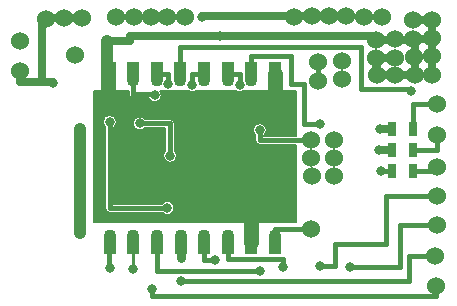
<source format=gbr>
%FSLAX35Y35*%
%MOIN*%
G04 EasyPC Gerber Version 18.0.8 Build 3632 *
%AMT75*0 Bullet Pad at angle 0*21,1,0.04331,0.05709,0,0,0*%
%ADD75T75*%
%ADD18R,0.03150X0.04724*%
%ADD11C,0.00500*%
%ADD20C,0.01000*%
%ADD71C,0.01500*%
%ADD21C,0.02500*%
%ADD22C,0.03000*%
%ADD70C,0.03200*%
%ADD23C,0.04000*%
%ADD74C,0.04331*%
%ADD76C,0.05000*%
%ADD14C,0.06000*%
%AMT73*0 Bullet Pad at angle 180*21,1,0.04331,0.05709,0,0,180*%
%ADD73T73*%
X0Y0D02*
D02*
D11*
X42016Y69941D02*
X30343D01*
Y26386*
X97737*
Y51957*
X85697*
G75*
G02X84185Y53469J1512*
G01*
Y55024*
G75*
G02X83335Y56838I1512J1815*
G01*
G75*
G02X88059I2362*
G01*
G75*
G02X87209Y55024I-2362*
G01*
Y54980*
X97737*
Y69941*
X80456*
G75*
G02X77579I-1439J1873*
G01*
X64731*
G75*
G02X61854I-1439J1873*
G01*
X55958*
G75*
G02X54200I-879J2192*
G01*
X52514*
G75*
G02X53049Y68445I-1827J-1496*
G01*
G75*
G02X48498Y67557I-2362*
G01*
X43528*
G75*
G02X42016Y69069J1512*
G01*
Y69941*
X34185Y57769D02*
G75*
G02X33335Y59584I1512J1815D01*
G01*
G75*
G02X38059I2362*
G01*
G75*
G02X37209Y57769I-2362*
G01*
Y32391*
X53116*
G75*
G02X57292Y30879I1815J-1512*
G01*
G75*
G02X53116Y29367I-2362*
G01*
X35697*
G75*
G02X34185Y30879J1512*
G01*
Y57769*
X47512Y57573D02*
G75*
G02X43335Y59085I-1815J1512D01*
G01*
G75*
G02X47512Y60596I2362*
G01*
X55804*
G75*
G02X57316Y59085J-1512*
G01*
Y50166*
G75*
G02X58166Y48352I-1512J-1815*
G01*
G75*
G02X53442I-2362*
G01*
G75*
G02X54292Y50166I2362*
G01*
Y57573*
X47512*
X30343Y45231D02*
G36*
Y26386D01*
X97737*
Y45231*
X37209*
Y32391*
X53116*
G75*
G02X57292Y30879I1815J-1512*
G01*
G75*
G02X53116Y29367I-2362*
G01*
X35697*
G75*
G02X34185Y30879J1512*
G01*
Y45231*
X30343*
G37*
X34185Y45233D02*
G36*
Y53717D01*
X30343*
Y45233*
X34185*
G37*
X97737Y45231D02*
G36*
Y51957D01*
X85697*
G75*
G02X84185Y53469J1512*
G01*
Y53718*
X57316*
Y50166*
G75*
G02X58166Y48352I-1512J-1815*
G01*
G75*
G02X53442I-2362*
G01*
G75*
G02X54292Y50166I2362*
G01*
Y53718*
X37209*
Y45231*
X97737*
G37*
X34185Y53718D02*
G36*
Y57769D01*
G75*
G02X33335Y59584I1512J1815*
G01*
G75*
G02X38059I2362*
G01*
G75*
G02X37209Y57769I-2362*
G01*
Y53718*
X54292*
Y57573*
X47512*
G75*
G02X43335Y59085I-1815J1512*
G01*
G75*
G02X47512Y60596I2362*
G01*
X55804*
G75*
G02X57316Y59085J-1512*
G01*
Y53718*
X84185*
Y55024*
G75*
G02X83335Y56838I1512J1815*
G01*
G75*
G02X88059I2362*
G01*
G75*
G02X87209Y55024I-2362*
G01*
Y54980*
X97737*
Y69941*
X80456*
G75*
G02X77579I-1439J1873*
G01*
X64731*
G75*
G02X61854I-1439J1873*
G01*
X55958*
G75*
G02X54200I-879J2192*
G01*
X52514*
G75*
G02X53049Y68445I-1827J-1496*
G01*
G75*
G02X48498Y67557I-2362*
G01*
X43528*
G75*
G02X42016Y69069J1512*
G01*
Y69941*
X30343*
Y53718*
X34185*
G37*
D02*
D14*
X5758Y76541D03*
Y86541D03*
X14494Y93780D03*
X20485Y94154D03*
X24104Y81799D03*
X26475Y94154D03*
X37832Y94654D03*
X43698D03*
X49439D03*
X54930D03*
X60921D03*
X97114D03*
X102855Y23890D03*
Y47603D03*
Y53469D03*
X103104Y41737D03*
Y94778D03*
X104976Y79428D03*
X105101Y73312D03*
X108845Y94778D03*
X110343Y41737D03*
Y47478D03*
Y53469D03*
X113089Y73936D03*
X113213Y79802D03*
X114586Y94778D03*
X120577Y94654D03*
X124446Y80800D03*
X124570Y86916D03*
X124695Y75309D03*
X126567Y94654D03*
X130686Y75309D03*
Y87165D03*
X130811Y81050D03*
X136801Y93530D03*
X136926Y87290D03*
X137051Y81300D03*
X137300Y75309D03*
X143041Y93530D03*
X143291Y75184D03*
Y81424D03*
Y87540D03*
X144165Y14904D03*
X144414Y4920D03*
X144789Y25388D03*
Y44483D03*
Y55216D03*
Y65574D03*
X144913Y34873D03*
D02*
D18*
X129639Y43235D03*
Y50224D03*
Y57088D03*
X136725Y43235D03*
Y50224D03*
Y57088D03*
D02*
D70*
X16865Y72563D03*
X25697Y57213D03*
X25750Y22587D03*
X34837Y86541D03*
X35697Y11035D03*
Y59584D03*
X43562Y10661D03*
X45697Y59085D03*
X49938Y4069D03*
X50687Y68445D03*
X54930Y30879D03*
X55079Y72133D03*
X55804Y48352D03*
X59423Y6543D03*
X63292Y71815D03*
X66412Y94654D03*
X70929Y13726D03*
X72403Y88289D03*
X79017Y71815D03*
X85632Y9912D03*
X85697Y56838D03*
X93494Y11285D03*
X105697Y11659D03*
X105850Y58835D03*
X115697Y11410D03*
X125569Y50099D03*
X125697Y57213D03*
X126068Y43110D03*
X136052Y70067D03*
D02*
D71*
X25697Y22587D02*
X25750D01*
X35087Y64202D02*
X38581D01*
Y60707*
X35654Y75430D02*
X35087D01*
X35688Y19668D02*
X35461D01*
Y11035*
X35697*
Y59584D02*
Y30879D01*
X54930*
X43528Y75430D02*
Y69069D01*
X50687*
Y68445*
X45697Y59085D02*
X55804D01*
Y48352*
X49938Y4069D02*
Y1426D01*
X144414*
Y4920*
X51402Y75430D02*
X55079D01*
Y72133*
X51436Y19668D02*
Y9912D01*
X85632*
X59276Y75430D02*
Y84544D01*
X119578*
Y70442*
X136052*
Y70067*
X59423Y6543D02*
X135553D01*
Y14904*
X144165*
X67150Y75430D02*
X63292D01*
Y71815*
X67184Y19668D02*
Y13726D01*
X70929*
X75024Y75430D02*
X79017D01*
Y71815*
X75058Y19668D02*
Y14031D01*
X93494*
Y11285*
X82898Y75430D02*
Y81549D01*
X96115*
Y72314*
X100359*
Y58835*
X105850*
X85697Y56838D02*
Y53469D01*
X102855*
X90806Y19668D02*
Y23890D01*
X102855*
X104976Y79428D02*
Y73312D01*
X105101*
X105697Y11659D02*
X110717D01*
Y19023*
X127691*
Y34873*
X144913*
X115697Y11410D02*
X132558D01*
Y25388*
X144789*
X126068Y43110D02*
X129639D01*
Y43235*
X136725D02*
X144789D01*
Y44483*
X136725Y50224D02*
X144789D01*
Y55216*
X136725Y57088D02*
Y65574D01*
X144789*
D02*
D20*
X43562Y19668D02*
Y10661D01*
D02*
D21*
X5758Y76541D02*
Y73063D01*
X13121*
Y94154*
X26475*
X13121Y73063D02*
X16865D01*
Y72563*
X34837Y86541D02*
X42450D01*
Y88289*
X72403*
X66412Y94654D02*
Y94778D01*
X114586*
X72403Y88289D02*
X124570D01*
Y86916*
X124446Y80800D02*
X130811D01*
X124570Y86916D02*
X137300D01*
Y75309*
X124695D02*
Y80800D01*
X125569Y50099D02*
X129639D01*
Y50224*
X125697Y57213D02*
X129639D01*
Y57088*
X136926Y87290D02*
X143291D01*
X137300Y75309D02*
X124446D01*
Y80800*
X143041Y87540D02*
Y93530D01*
X136801*
X143291Y87540D02*
Y75184D01*
D02*
D22*
X59322Y14225D02*
Y19668D01*
X59310*
X59322Y14225D03*
D02*
D23*
X25697Y57213D02*
Y22587D01*
X35654Y75430D02*
X34837D01*
Y86541*
D02*
D73*
X35654Y76512D03*
D02*
D74*
Y73658D03*
D02*
D73*
X43528Y76512D03*
D02*
D74*
Y73658D03*
D02*
D73*
X51402Y76512D03*
D02*
D74*
Y73658D03*
D02*
D73*
X59276Y76512D03*
D02*
D74*
Y73658D03*
D02*
D73*
X67150Y76512D03*
D02*
D74*
Y73658D03*
D02*
D73*
X75024Y76512D03*
D02*
D74*
Y73658D03*
D02*
D73*
X82898Y76512D03*
D02*
D74*
Y73658D03*
D02*
D73*
X90772Y76512D03*
D02*
D74*
Y73658D03*
D02*
D75*
X35688Y18585D03*
D02*
D74*
Y21439D03*
D02*
D75*
X43562Y18585D03*
D02*
D74*
Y21439D03*
D02*
D75*
X51436Y18585D03*
D02*
D74*
Y21439D03*
D02*
D75*
X59310Y18585D03*
D02*
D74*
Y21439D03*
D02*
D75*
X67184Y18585D03*
D02*
D74*
Y21439D03*
D02*
D75*
X75058Y18585D03*
D02*
D74*
Y21439D03*
D02*
D75*
X82932Y18585D03*
D02*
D74*
Y21439D03*
D02*
D75*
X90806Y18585D03*
D02*
D74*
Y21439D03*
D02*
D76*
X35087Y75430D02*
Y64202D01*
X82932Y19668D02*
Y33500D01*
X90772Y75430D02*
Y60083D01*
X124695Y80800D02*
X124446D01*
X130811D02*
Y81050D01*
X143291Y87290D02*
Y87540D01*
X143041*
X0Y0D02*
M02*

</source>
